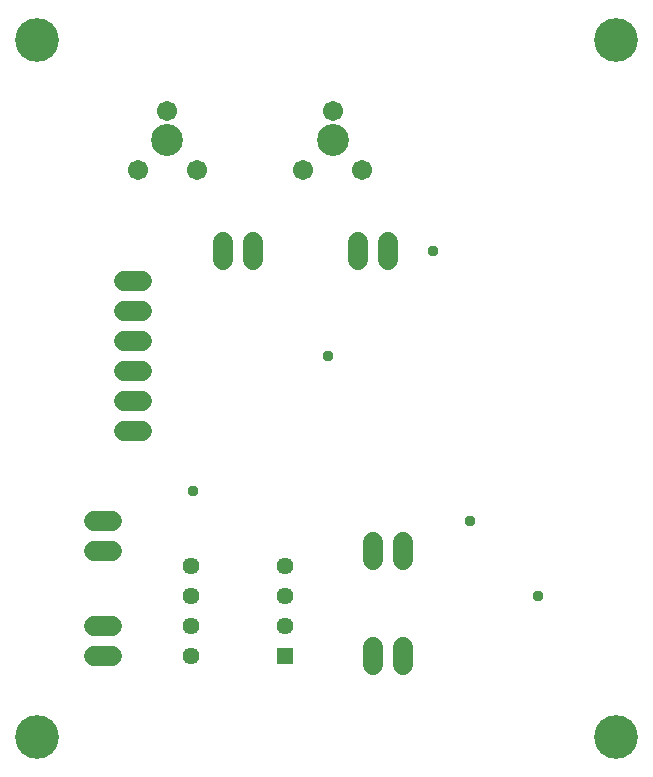
<source format=gbr>
G04 EAGLE Gerber RS-274X export*
G75*
%MOMM*%
%FSLAX34Y34*%
%LPD*%
%INSoldermask Bottom*%
%IPPOS*%
%AMOC8*
5,1,8,0,0,1.08239X$1,22.5*%
G01*
%ADD10C,3.703200*%
%ADD11R,1.441200X1.441200*%
%ADD12C,1.441200*%
%ADD13C,1.727200*%
%ADD14C,1.711200*%
%ADD15C,2.703200*%
%ADD16C,0.959600*%


D10*
X40000Y630000D03*
X530000Y630000D03*
X530000Y40000D03*
X40000Y40000D03*
D11*
X249250Y107950D03*
D12*
X249250Y133350D03*
X249250Y158750D03*
X249250Y184150D03*
X169850Y184150D03*
X169850Y158750D03*
X169850Y133350D03*
X169850Y107950D03*
D13*
X323850Y100330D02*
X323850Y115570D01*
X349250Y115570D02*
X349250Y100330D01*
X323850Y189230D02*
X323850Y204470D01*
X349250Y204470D02*
X349250Y189230D01*
X196850Y443230D02*
X196850Y458470D01*
X222250Y458470D02*
X222250Y443230D01*
X311150Y443230D02*
X311150Y458470D01*
X336550Y458470D02*
X336550Y443230D01*
X128270Y298450D02*
X113030Y298450D01*
X113030Y323850D02*
X128270Y323850D01*
X128270Y349250D02*
X113030Y349250D01*
X113030Y374650D02*
X128270Y374650D01*
X128270Y400050D02*
X113030Y400050D01*
X113030Y425450D02*
X128270Y425450D01*
X102870Y196850D02*
X87630Y196850D01*
X87630Y222250D02*
X102870Y222250D01*
X102870Y107950D02*
X87630Y107950D01*
X87630Y133350D02*
X102870Y133350D01*
D14*
X125000Y520000D03*
X150000Y570000D03*
X175000Y520000D03*
D15*
X150000Y545000D03*
D14*
X265000Y520000D03*
X290000Y570000D03*
X315000Y520000D03*
D15*
X290000Y545000D03*
D16*
X171450Y247650D03*
X285750Y361950D03*
X463550Y158750D03*
X374650Y450850D03*
X406400Y222250D03*
M02*

</source>
